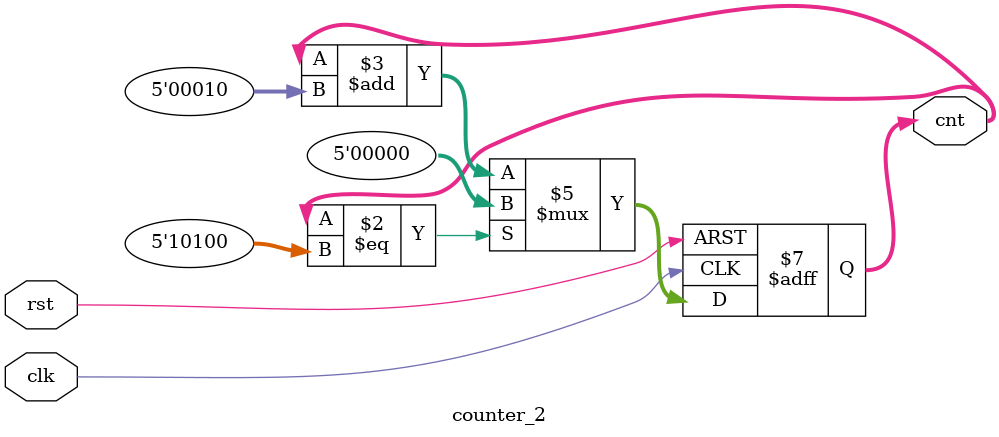
<source format=sv>

module counter_2 (input clk, rst, output reg [4:0] cnt);
	always @ (posedge clk, posedge rst) 
      begin
		if (rst)
        	cnt <= 5'b00000;
		else if (cnt == 5'd20)
			cnt <= #1 5'b00000;
		else
			cnt <= #1 cnt + 5'b00010;
	  end
endmodule

</source>
